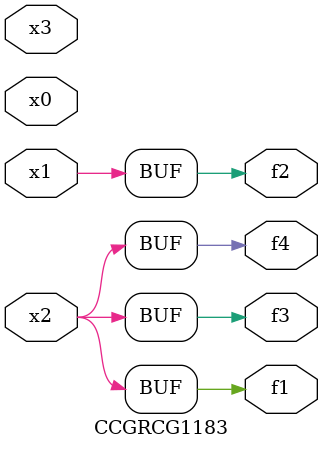
<source format=v>
module CCGRCG1183(
	input x0, x1, x2, x3,
	output f1, f2, f3, f4
);
	assign f1 = x2;
	assign f2 = x1;
	assign f3 = x2;
	assign f4 = x2;
endmodule

</source>
